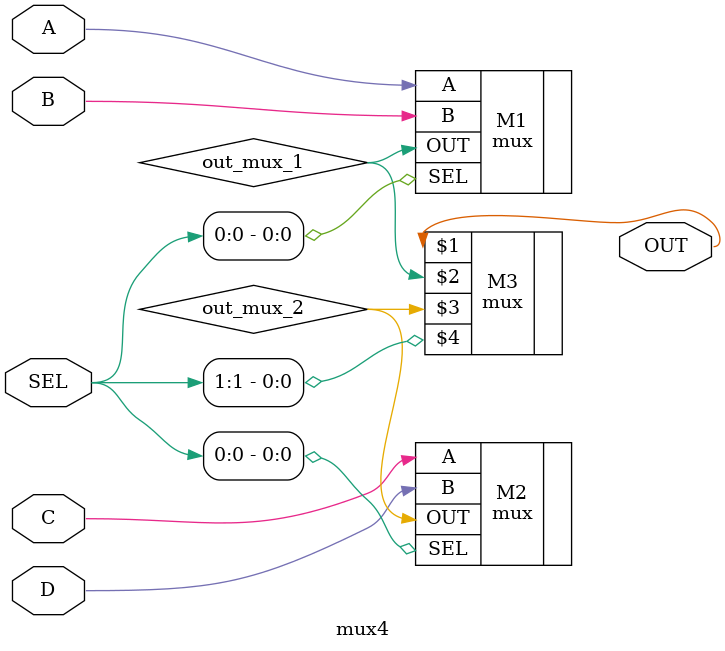
<source format=v>
module mux4(OUT, A, B, C, D, SEL);
    output OUT;
    input A,B,C,D;
    input [1:0] SEL;
//    mux(out, a, b, sel)

    mux M1 (.A(A), .OUT(out_mux_1), .B(B), .SEL(SEL[0]));

    mux M2 (.OUT(out_mux_2),
            .A(C),
            .B(D),
            .SEL(SEL[0])
    );
    mux M3 (OUT, out_mux_1, out_mux_2, SEL[1]);
endmodule

</source>
